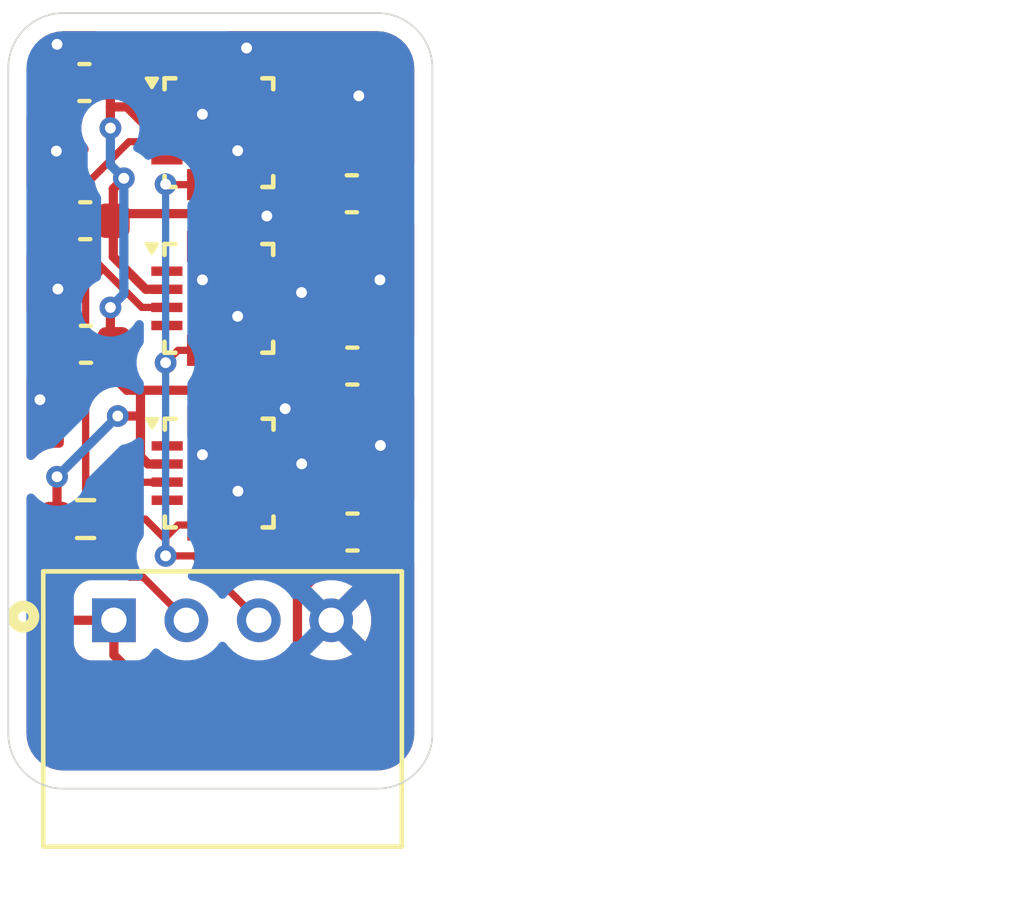
<source format=kicad_pcb>
(kicad_pcb (version 20241229) (generator "pcbnew") (generator_version "9.0")
  (layers (0 "F.Cu" signal) (2 "B.Cu" signal) (13 "F.Paste" user) (15 "B.Paste" user) (5 "F.SilkS" user "F.Silkscreen") (7 "B.SilkS" user "B.Silkscreen") (1 "F.Mask" user) (3 "B.Mask" user) (25 "Edge.Cuts" user))
  (net 0 "")
  (net 1 "GND")
  (net 2 "+3V3")
  (net 3 "/SCL")
  (net 4 "/SDA")
  (footprint "S4B-PH-K-S_LF__SN_:JST_S4B-PH-K-S_LF__SN_" (layer "F.Cu") (at 151.686 101.6)
    (property "Reference" "J2" (hide yes))
    (property "Value" "S4B-PH-K-S_LF__SN_")
    (fp_line (start -4.95 -1.35) (end 4.95 -1.35) (stroke (width 0.127)) (layer "F.SilkS"))
    (fp_line (start -4.95 6.25) (end -4.95 -1.35) (stroke (width 0.127)) (layer "F.SilkS"))
    (fp_line (start 4.95 -1.35) (end 4.95 6.25) (stroke (width 0.127)) (layer "F.SilkS"))
    (fp_line (start 4.95 6.25) (end -4.95 6.25) (stroke (width 0.127)) (layer "F.SilkS"))
    (fp_circle (center -5.5 -0.1) (end -5.358581 -0.1) (stroke (width 0.3)) (fill no) (layer "F.SilkS"))
    (pad "1" thru_hole rect (at -3 0) (size 1.208 1.208) (drill 0.7) (layers "*.Cu" "*.Mask") (net 2 "+3V3"))
    (pad "2" thru_hole circle (at -1 0) (size 1.208 1.208) (drill 0.7) (layers "*.Cu" "*.Mask") (net 3 "/SCL"))
    (pad "3" thru_hole circle (at 1 0) (size 1.208 1.208) (drill 0.7) (layers "*.Cu" "*.Mask") (net 4 "/SDA"))
    (pad "4" thru_hole circle (at 3 0) (size 1.208 1.208) (drill 0.7) (layers "*.Cu" "*.Mask") (net 1 "GND"))
  )
  (footprint "Resistor_SMD:R_0603_1608Metric" (layer "F.Cu") (at 147.90532 98.806 180)
    (property "Reference" "R1" (hide yes))
    (property "Value" "10k")
    (fp_line (start -0.237258 0.5225) (end 0.237258 0.5225) (stroke (width 0.12)) (layer "F.SilkS"))
    (fp_line (start -0.237258 -0.5225) (end 0.237258 -0.5225) (stroke (width 0.12)) (layer "F.SilkS"))
    (pad "1" smd roundrect (at -0.825 0 180) (size 0.8 0.95) (layers "F.Cu" "F.Mask" "F.Paste") (net 4 "/SDA"))
    (pad "2" smd roundrect (at 0.825 0 180) (size 0.8 0.95) (layers "F.Cu" "F.Mask" "F.Paste") (net 2 "+3V3"))
  )
  (footprint "Capacitor_SMD:C_0603_1608Metric" (layer "F.Cu") (at 155.256164 89.824759)
    (property "Reference" "C6" (hide yes))
    (property "Value" "0.1u")
    (fp_line (start -0.14058 -0.51) (end 0.14058 -0.51) (stroke (width 0.12)) (layer "F.SilkS"))
    (fp_line (start -0.14058 0.51) (end 0.14058 0.51) (stroke (width 0.12)) (layer "F.SilkS"))
    (pad "1" smd roundrect (at -0.775 0) (size 0.9 0.95) (layers "F.Cu" "F.Mask" "F.Paste") (net 2 "+3V3"))
    (pad "2" smd roundrect (at 0.775 0) (size 0.9 0.95) (layers "F.Cu" "F.Mask" "F.Paste") (net 1 "GND"))
  )
  (footprint "MLX90393SLW_ABA_011_RE:QFN50P300X300X100-17N" (layer "F.Cu") (at 151.585165 88.138)
    (property "Reference" "U3" (hide yes))
    (property "Value" "MLX90393SLW-ABA-011-RE")
    (fp_line (start -1.5 -1.5) (end -1.5 -1.2) (stroke (width 0.127)) (layer "F.SilkS"))
    (fp_line (start -1.5 1.5) (end -1.5 1.2) (stroke (width 0.127)) (layer "F.SilkS"))
    (fp_line (start -1.5 1.5) (end -1.2 1.5) (stroke (width 0.127)) (layer "F.SilkS"))
    (fp_line (start -1.2 -1.5) (end -1.5 -1.5) (stroke (width 0.127)) (layer "F.SilkS"))
    (fp_line (start 1.2 1.5) (end 1.5 1.5) (stroke (width 0.127)) (layer "F.SilkS"))
    (fp_line (start 1.5 -1.5) (end 1.2 -1.5) (stroke (width 0.127)) (layer "F.SilkS"))
    (fp_line (start 1.5 -1.2) (end 1.5 -1.5) (stroke (width 0.127)) (layer "F.SilkS"))
    (fp_line (start 1.5 1.5) (end 1.5 1.2) (stroke (width 0.127)) (layer "F.SilkS"))
    (fp_poly (pts (xy -2 -1.5) (xy -1.7 -1.5) (xy -1.85 -1.25)) (stroke (width 0.1)) (fill yes) (layer "F.SilkS"))
    (pad "1" smd rect (at -1.435 -0.75) (size 0.86 0.26) (layers "F.Cu" "F.Mask" "F.Paste"))
    (pad "2" smd rect (at -1.435 -0.25) (size 0.86 0.26) (layers "F.Cu" "F.Mask" "F.Paste") (net 2 "+3V3"))
    (pad "3" smd rect (at -1.435 0.25) (size 0.86 0.26) (layers "F.Cu" "F.Mask" "F.Paste") (net 3 "/SCL"))
    (pad "4" smd rect (at -1.435 0.75) (size 0.86 0.26) (layers "F.Cu" "F.Mask" "F.Paste"))
    (pad "5" smd rect (at -0.75 1.435) (size 0.26 0.86) (layers "F.Cu" "F.Mask" "F.Paste") (net 4 "/SDA"))
    (pad "6" smd rect (at -0.25 1.435) (size 0.26 0.86) (layers "F.Cu" "F.Mask" "F.Paste"))
    (pad "7" smd rect (at 0.25 1.435) (size 0.26 0.86) (layers "F.Cu" "F.Mask" "F.Paste"))
    (pad "8" smd rect (at 0.75 1.435) (size 0.26 0.86) (layers "F.Cu" "F.Mask" "F.Paste") (net 2 "+3V3"))
    (pad "9" smd rect (at 1.435 0.75) (size 0.86 0.26) (layers "F.Cu" "F.Mask" "F.Paste"))
    (pad "10" smd rect (at 1.435 0.25) (size 0.86 0.26) (layers "F.Cu" "F.Mask" "F.Paste"))
    (pad "11" smd rect (at 1.435 -0.25) (size 0.86 0.26) (layers "F.Cu" "F.Mask" "F.Paste") (net 2 "+3V3"))
    (pad "12" smd rect (at 1.435 -0.75) (size 0.86 0.26) (layers "F.Cu" "F.Mask" "F.Paste") (net 2 "+3V3"))
    (pad "13" smd rect (at 0.75 -1.435) (size 0.26 0.86) (layers "F.Cu" "F.Mask" "F.Paste") (net 1 "GND"))
    (pad "14" smd rect (at 0.25 -1.435) (size 0.26 0.86) (layers "F.Cu" "F.Mask" "F.Paste"))
    (pad "15" smd rect (at -0.25 -1.435) (size 0.26 0.86) (layers "F.Cu" "F.Mask" "F.Paste") (net 2 "+3V3"))
    (pad "16" smd rect (at -0.75 -1.435) (size 0.26 0.86) (layers "F.Cu" "F.Mask" "F.Paste"))
    (pad "17" smd rect (at 0 0) (size 1.675 1.675) (layers "F.Cu" "F.Mask") (net 1 "GND"))
  )
  (footprint "Capacitor_SMD:C_0603_1608Metric" (layer "F.Cu") (at 147.915577 93.98 180)
    (property "Reference" "C1" (hide yes))
    (property "Value" "0.1u")
    (fp_line (start -0.14058 0.51) (end 0.14058 0.51) (stroke (width 0.12)) (layer "F.SilkS"))
    (fp_line (start -0.14058 -0.51) (end 0.14058 -0.51) (stroke (width 0.12)) (layer "F.SilkS"))
    (pad "1" smd roundrect (at -0.775 0 180) (size 0.9 0.95) (layers "F.Cu" "F.Mask" "F.Paste") (net 2 "+3V3"))
    (pad "2" smd roundrect (at 0.775 0 180) (size 0.9 0.95) (layers "F.Cu" "F.Mask" "F.Paste") (net 1 "GND"))
  )
  (footprint "MLX90393SLW_ABA_011_RE:QFN50P300X300X100-17N" (layer "F.Cu") (at 151.5925 97.536)
    (property "Reference" "U1" (hide yes))
    (property "Value" "MLX90393SLW-ABA-011-RE")
    (fp_line (start -1.5 -1.5) (end -1.5 -1.2) (stroke (width 0.127)) (layer "F.SilkS"))
    (fp_line (start -1.5 1.5) (end -1.5 1.2) (stroke (width 0.127)) (layer "F.SilkS"))
    (fp_line (start -1.5 1.5) (end -1.2 1.5) (stroke (width 0.127)) (layer "F.SilkS"))
    (fp_line (start -1.2 -1.5) (end -1.5 -1.5) (stroke (width 0.127)) (layer "F.SilkS"))
    (fp_line (start 1.2 1.5) (end 1.5 1.5) (stroke (width 0.127)) (layer "F.SilkS"))
    (fp_line (start 1.5 -1.5) (end 1.2 -1.5) (stroke (width 0.127)) (layer "F.SilkS"))
    (fp_line (start 1.5 -1.2) (end 1.5 -1.5) (stroke (width 0.127)) (layer "F.SilkS"))
    (fp_line (start 1.5 1.5) (end 1.5 1.2) (stroke (width 0.127)) (layer "F.SilkS"))
    (fp_poly (pts (xy -2 -1.5) (xy -1.7 -1.5) (xy -1.85 -1.25)) (stroke (width 0.1)) (fill yes) (layer "F.SilkS"))
    (pad "1" smd rect (at -1.435 -0.75) (size 0.86 0.26) (layers "F.Cu" "F.Mask" "F.Paste"))
    (pad "2" smd rect (at -1.435 -0.25) (size 0.86 0.26) (layers "F.Cu" "F.Mask" "F.Paste") (net 2 "+3V3"))
    (pad "3" smd rect (at -1.435 0.25) (size 0.86 0.26) (layers "F.Cu" "F.Mask" "F.Paste") (net 3 "/SCL"))
    (pad "4" smd rect (at -1.435 0.75) (size 0.86 0.26) (layers "F.Cu" "F.Mask" "F.Paste"))
    (pad "5" smd rect (at -0.75 1.435) (size 0.26 0.86) (layers "F.Cu" "F.Mask" "F.Paste") (net 4 "/SDA"))
    (pad "6" smd rect (at -0.25 1.435) (size 0.26 0.86) (layers "F.Cu" "F.Mask" "F.Paste"))
    (pad "7" smd rect (at 0.25 1.435) (size 0.26 0.86) (layers "F.Cu" "F.Mask" "F.Paste"))
    (pad "8" smd rect (at 0.75 1.435) (size 0.26 0.86) (layers "F.Cu" "F.Mask" "F.Paste") (net 2 "+3V3"))
    (pad "9" smd rect (at 1.435 0.75) (size 0.86 0.26) (layers "F.Cu" "F.Mask" "F.Paste"))
    (pad "10" smd rect (at 1.435 0.25) (size 0.86 0.26) (layers "F.Cu" "F.Mask" "F.Paste"))
    (pad "11" smd rect (at 1.435 -0.25) (size 0.86 0.26) (layers "F.Cu" "F.Mask" "F.Paste") (net 1 "GND"))
    (pad "12" smd rect (at 1.435 -0.75) (size 0.86 0.26) (layers "F.Cu" "F.Mask" "F.Paste") (net 1 "GND"))
    (pad "13" smd rect (at 0.75 -1.435) (size 0.26 0.86) (layers "F.Cu" "F.Mask" "F.Paste") (net 1 "GND"))
    (pad "14" smd rect (at 0.25 -1.435) (size 0.26 0.86) (layers "F.Cu" "F.Mask" "F.Paste"))
    (pad "15" smd rect (at -0.25 -1.435) (size 0.26 0.86) (layers "F.Cu" "F.Mask" "F.Paste") (net 2 "+3V3"))
    (pad "16" smd rect (at -0.75 -1.435) (size 0.26 0.86) (layers "F.Cu" "F.Mask" "F.Paste"))
    (pad "17" smd rect (at 0 0) (size 1.675 1.675) (layers "F.Cu" "F.Mask") (net 1 "GND"))
  )
  (footprint "Capacitor_SMD:C_0603_1608Metric" (layer "F.Cu") (at 147.895248 90.569535 180)
    (property "Reference" "C3" (hide yes))
    (property "Value" "0.1u")
    (fp_line (start -0.14058 0.51) (end 0.14058 0.51) (stroke (width 0.12)) (layer "F.SilkS"))
    (fp_line (start -0.14058 -0.51) (end 0.14058 -0.51) (stroke (width 0.12)) (layer "F.SilkS"))
    (pad "1" smd roundrect (at -0.775 0 180) (size 0.9 0.95) (layers "F.Cu" "F.Mask" "F.Paste") (net 2 "+3V3"))
    (pad "2" smd roundrect (at 0.775 0 180) (size 0.9 0.95) (layers "F.Cu" "F.Mask" "F.Paste") (net 1 "GND"))
  )
  (footprint "Capacitor_SMD:C_0603_1608Metric" (layer "F.Cu") (at 147.872896 86.753738 180)
    (property "Reference" "C5" (hide yes))
    (property "Value" "0.1u")
    (fp_line (start -0.14058 0.51) (end 0.14058 0.51) (stroke (width 0.12)) (layer "F.SilkS"))
    (fp_line (start -0.14058 -0.51) (end 0.14058 -0.51) (stroke (width 0.12)) (layer "F.SilkS"))
    (pad "1" smd roundrect (at -0.775 0 180) (size 0.9 0.95) (layers "F.Cu" "F.Mask" "F.Paste") (net 2 "+3V3"))
    (pad "2" smd roundrect (at 0.775 0 180) (size 0.9 0.95) (layers "F.Cu" "F.Mask" "F.Paste") (net 1 "GND"))
  )
  (footprint "Capacitor_SMD:C_0603_1608Metric" (layer "F.Cu") (at 155.269198 94.582663)
    (property "Reference" "C4" (hide yes))
    (property "Value" "0.1u")
    (fp_line (start -0.14058 -0.51) (end 0.14058 -0.51) (stroke (width 0.12)) (layer "F.SilkS"))
    (fp_line (start -0.14058 0.51) (end 0.14058 0.51) (stroke (width 0.12)) (layer "F.SilkS"))
    (pad "1" smd roundrect (at -0.775 0) (size 0.9 0.95) (layers "F.Cu" "F.Mask" "F.Paste") (net 2 "+3V3"))
    (pad "2" smd roundrect (at 0.775 0) (size 0.9 0.95) (layers "F.Cu" "F.Mask" "F.Paste") (net 1 "GND"))
  )
  (footprint "MLX90393SLW_ABA_011_RE:QFN50P300X300X100-17N" (layer "F.Cu") (at 151.584143 92.712353)
    (property "Reference" "U2" (hide yes))
    (property "Value" "MLX90393SLW-ABA-011-RE")
    (fp_line (start -1.5 -1.5) (end -1.5 -1.2) (stroke (width 0.127)) (layer "F.SilkS"))
    (fp_line (start -1.5 1.5) (end -1.5 1.2) (stroke (width 0.127)) (layer "F.SilkS"))
    (fp_line (start -1.5 1.5) (end -1.2 1.5) (stroke (width 0.127)) (layer "F.SilkS"))
    (fp_line (start -1.2 -1.5) (end -1.5 -1.5) (stroke (width 0.127)) (layer "F.SilkS"))
    (fp_line (start 1.2 1.5) (end 1.5 1.5) (stroke (width 0.127)) (layer "F.SilkS"))
    (fp_line (start 1.5 -1.5) (end 1.2 -1.5) (stroke (width 0.127)) (layer "F.SilkS"))
    (fp_line (start 1.5 -1.2) (end 1.5 -1.5) (stroke (width 0.127)) (layer "F.SilkS"))
    (fp_line (start 1.5 1.5) (end 1.5 1.2) (stroke (width 0.127)) (layer "F.SilkS"))
    (fp_poly (pts (xy -2 -1.5) (xy -1.7 -1.5) (xy -1.85 -1.25)) (stroke (width 0.1)) (fill yes) (layer "F.SilkS"))
    (pad "1" smd rect (at -1.435 -0.75) (size 0.86 0.26) (layers "F.Cu" "F.Mask" "F.Paste"))
    (pad "2" smd rect (at -1.435 -0.25) (size 0.86 0.26) (layers "F.Cu" "F.Mask" "F.Paste") (net 2 "+3V3"))
    (pad "3" smd rect (at -1.435 0.25) (size 0.86 0.26) (layers "F.Cu" "F.Mask" "F.Paste") (net 3 "/SCL"))
    (pad "4" smd rect (at -1.435 0.75) (size 0.86 0.26) (layers "F.Cu" "F.Mask" "F.Paste"))
    (pad "5" smd rect (at -0.75 1.435) (size 0.26 0.86) (layers "F.Cu" "F.Mask" "F.Paste") (net 4 "/SDA"))
    (pad "6" smd rect (at -0.25 1.435) (size 0.26 0.86) (layers "F.Cu" "F.Mask" "F.Paste"))
    (pad "7" smd rect (at 0.25 1.435) (size 0.26 0.86) (layers "F.Cu" "F.Mask" "F.Paste"))
    (pad "8" smd rect (at 0.75 1.435) (size 0.26 0.86) (layers "F.Cu" "F.Mask" "F.Paste") (net 2 "+3V3"))
    (pad "9" smd rect (at 1.435 0.75) (size 0.86 0.26) (layers "F.Cu" "F.Mask" "F.Paste"))
    (pad "10" smd rect (at 1.435 0.25) (size 0.86 0.26) (layers "F.Cu" "F.Mask" "F.Paste"))
    (pad "11" smd rect (at 1.435 -0.25) (size 0.86 0.26) (layers "F.Cu" "F.Mask" "F.Paste") (net 1 "GND"))
    (pad "12" smd rect (at 1.435 -0.75) (size 0.86 0.26) (layers "F.Cu" "F.Mask" "F.Paste") (net 2 "+3V3"))
    (pad "13" smd rect (at 0.75 -1.435) (size 0.26 0.86) (layers "F.Cu" "F.Mask" "F.Paste") (net 1 "GND"))
    (pad "14" smd rect (at 0.25 -1.435) (size 0.26 0.86) (layers "F.Cu" "F.Mask" "F.Paste"))
    (pad "15" smd rect (at -0.25 -1.435) (size 0.26 0.86) (layers "F.Cu" "F.Mask" "F.Paste") (net 2 "+3V3"))
    (pad "16" smd rect (at -0.75 -1.435) (size 0.26 0.86) (layers "F.Cu" "F.Mask" "F.Paste"))
    (pad "17" smd rect (at 0 0) (size 1.675 1.675) (layers "F.Cu" "F.Mask") (net 1 "GND"))
  )
  (footprint "Capacitor_SMD:C_0603_1608Metric" (layer "F.Cu") (at 155.273085 99.163855)
    (property "Reference" "C2" (hide yes))
    (property "Value" "0.1u")
    (fp_line (start -0.14058 -0.51) (end 0.14058 -0.51) (stroke (width 0.12)) (layer "F.SilkS"))
    (fp_line (start -0.14058 0.51) (end 0.14058 0.51) (stroke (width 0.12)) (layer "F.SilkS"))
    (pad "1" smd roundrect (at -0.775 0) (size 0.9 0.95) (layers "F.Cu" "F.Mask" "F.Paste") (net 2 "+3V3"))
    (pad "2" smd roundrect (at 0.775 0) (size 0.9 0.95) (layers "F.Cu" "F.Mask" "F.Paste") (net 1 "GND"))
  )
  (gr_line (start 157.48 86.36) (end 157.48 104.7242) (stroke (width 0.05)) (layer "Edge.Cuts"))
  (gr_arc (start 147.2946 106.2482) (mid 146.216969 105.801831) (end 145.7706 104.7242) (stroke (width 0.05)) (layer "Edge.Cuts"))
  (gr_line (start 145.7706 104.7242) (end 145.7706 86.36) (stroke (width 0.05)) (layer "Edge.Cuts"))
  (gr_arc (start 145.7706 86.36) (mid 146.216969 85.282369) (end 147.2946 84.836) (stroke (width 0.05)) (layer "Edge.Cuts"))
  (gr_arc (start 157.48 104.7242) (mid 157.033631 105.801831) (end 155.956 106.2482) (stroke (width 0.05)) (layer "Edge.Cuts"))
  (gr_line (start 155.956 106.2482) (end 147.2946 106.2482) (stroke (width 0.05)) (layer "Edge.Cuts"))
  (gr_arc (start 155.956 84.836) (mid 157.033631 85.282369) (end 157.48 86.36) (stroke (width 0.05)) (layer "Edge.Cuts"))
  (gr_line (start 147.2946 84.836) (end 155.956 84.836) (stroke (width 0.05)) (layer "Edge.Cuts"))
  (segment (start 152.511941 90.439059) (end 152.908 90.439059) (width 0.254) (layer "F.Cu") (net 1))
  (segment (start 152.335165 86.703) (end 152.335165 85.815235) (width 0.254) (layer "F.Cu") (net 1))
  (segment (start 147.097896 88.646) (end 147.097896 90.547183) (width 0.254) (layer "F.Cu") (net 1))
  (segment (start 151.585165 88.138) (end 151.606285 88.138) (width 0.254) (layer "F.Cu") (net 1))
  (segment (start 151.584143 92.712353) (end 151.584143 92.656143) (width 0.254) (layer "F.Cu") (net 1))
  (segment (start 151.5925 97.536) (end 151.5925 97.4905) (width 0.254) (layer "F.Cu") (net 1))
  (segment (start 153.0275 96.786) (end 153.0275 96.1465) (width 0.254) (layer "F.Cu") (net 1))
  (segment (start 153.019143 92.462353) (end 153.777964 92.462353) (width 0.254) (layer "F.Cu") (net 1))
  (segment (start 152.334143 90.616857) (end 152.511941 90.439059) (width 0.254) (layer "F.Cu") (net 1))
  (segment (start 151.5925 97.536) (end 151.612367 97.536) (width 0.254) (layer "F.Cu") (net 1))
  (segment (start 156.048085 99.163855) (end 156.048085 100.237915) (width 0.254) (layer "F.Cu") (net 1))
  (segment (start 151.606285 88.138) (end 152.104288 88.636003) (width 0.254) (layer "F.Cu") (net 1))
  (segment (start 147.097896 85.718504) (end 147.1168 85.6996) (width 0.254) (layer "F.Cu") (net 1))
  (segment (start 151.585165 88.138) (end 151.585165 88.085165) (width 0.254) (layer "F.Cu") (net 1))
  (segment (start 153.777964 92.462353) (end 153.866864 92.551253) (width 0.254) (layer "F.Cu") (net 1))
  (segment (start 153.0275 97.286) (end 153.0275 96.786) (width 0.254) (layer "F.Cu") (net 1))
  (segment (start 151.584143 92.712353) (end 151.607076 92.712353) (width 0.254) (layer "F.Cu") (net 1))
  (segment (start 151.5925 97.4905) (end 151.13 97.028) (width 0.254) (layer "F.Cu") (net 1))
  (segment (start 156.031164 92.202) (end 156.031164 89.824759) (width 0.254) (layer "F.Cu") (net 1))
  (segment (start 147.140577 93.98) (end 147.140577 92.456) (width 0.254) (layer "F.Cu") (net 1))
  (segment (start 147.097896 90.547183) (end 147.120248 90.569535) (width 0.254) (layer "F.Cu") (net 1))
  (segment (start 151.584143 92.656143) (end 151.13 92.202) (width 0.254) (layer "F.Cu") (net 1))
  (segment (start 147.097896 86.753738) (end 147.097896 88.646) (width 0.254) (layer "F.Cu") (net 1))
  (segment (start 153.0275 97.286) (end 153.867085 97.286) (width 0.254) (layer "F.Cu") (net 1))
  (segment (start 152.335165 85.815235) (end 152.3492 85.8012) (width 0.254) (layer "F.Cu") (net 1))
  (segment (start 156.031164 94.132768) (end 156.031164 92.202) (width 0.254) (layer "F.Cu") (net 1))
  (segment (start 147.097896 86.753738) (end 147.097896 85.718504) (width 0.254) (layer "F.Cu") (net 1))
  (segment (start 153.0275 96.1465) (end 153.416 95.758) (width 0.254) (layer "F.Cu") (net 1))
  (segment (start 156.044198 94.582663) (end 156.044198 94.145802) (width 0.254) (layer "F.Cu") (net 1))
  (segment (start 151.607076 92.712353) (end 152.102692 93.207969) (width 0.254) (layer "F.Cu") (net 1))
  (segment (start 156.048085 100.237915) (end 154.686 101.6) (width 0.254) (layer "F.Cu") (net 1))
  (segment (start 152.3425 96.101) (end 153.073 96.101) (width 0.254) (layer "F.Cu") (net 1))
  (segment (start 147.140577 90.589864) (end 147.120248 90.569535) (width 0.254) (layer "F.Cu") (net 1))
  (segment (start 151.585165 88.085165) (end 151.13 87.63) (width 0.254) (layer "F.Cu") (net 1))
  (segment (start 156.044198 96.774) (end 156.044198 99.159968) (width 0.254) (layer "F.Cu") (net 1))
  (segment (start 153.867085 97.286) (end 153.871085 97.282) (width 0.254) (layer "F.Cu") (net 1))
  (segment (start 153.073 96.101) (end 153.416 95.758) (width 0.254) (layer "F.Cu") (net 1))
  (segment (start 156.044198 99.159968) (end 156.048085 99.163855) (width 0.254) (layer "F.Cu") (net 1))
  (segment (start 151.612367 97.536) (end 152.112028 98.035661) (width 0.254) (layer "F.Cu") (net 1))
  (segment (start 156.044198 94.582663) (end 156.044198 96.774) (width 0.254) (layer "F.Cu") (net 1))
  (segment (start 152.334143 91.277353) (end 152.334143 90.616857) (width 0.254) (layer "F.Cu") (net 1))
  (segment (start 147.140577 92.456) (end 147.140577 90.589864) (width 0.254) (layer "F.Cu") (net 1))
  (segment (start 156.044198 94.145802) (end 156.031164 94.132768) (width 0.254) (layer "F.Cu") (net 1))
  (via (at 152.104288 88.636003) (size 0.6) (drill 0.3) (layers "F.Cu" "B.Cu") (net 1))
  (via (at 156.031164 92.202) (size 0.6) (drill 0.3) (layers "F.Cu" "B.Cu") (net 1))
  (via (at 153.416 95.758) (size 0.6) (drill 0.3) (layers "F.Cu" "B.Cu") (net 1))
  (via (at 152.3492 85.8012) (size 0.6) (drill 0.3) (layers "F.Cu" "B.Cu") (net 1))
  (via (at 153.866864 92.551253) (size 0.6) (drill 0.3) (layers "F.Cu" "B.Cu") (net 1))
  (via (at 155.448 87.122) (size 0.6) (drill 0.3) (layers "F.Cu" "B.Cu") (net 1))
  (via (at 152.908 90.439059) (size 0.6) (drill 0.3) (layers "F.Cu" "B.Cu") (net 1))
  (via (at 147.097896 88.646) (size 0.6) (drill 0.3) (layers "F.Cu" "B.Cu") (net 1))
  (via (at 147.140577 92.456) (size 0.6) (drill 0.3) (layers "F.Cu" "B.Cu") (net 1))
  (via (at 156.044198 96.774) (size 0.6) (drill 0.3) (layers "F.Cu" "B.Cu") (net 1))
  (via (at 152.102692 93.207969) (size 0.6) (drill 0.3) (layers "F.Cu" "B.Cu") (net 1))
  (via (at 151.13 97.028) (size 0.6) (drill 0.3) (layers "F.Cu" "B.Cu") (net 1))
  (via (at 152.112028 98.035661) (size 0.6) (drill 0.3) (layers "F.Cu" "B.Cu") (net 1))
  (via (at 147.1168 85.6996) (size 0.6) (drill 0.3) (layers "F.Cu" "B.Cu") (net 1))
  (via (at 153.871085 97.282) (size 0.6) (drill 0.3) (layers "F.Cu" "B.Cu") (net 1))
  (via (at 146.645096 95.510231) (size 0.6) (drill 0.3) (layers "F.Cu" "B.Cu") (net 1))
  (via (at 151.13 87.63) (size 0.6) (drill 0.3) (layers "F.Cu" "B.Cu") (net 1))
  (via (at 151.13 92.202) (size 0.6) (drill 0.3) (layers "F.Cu" "B.Cu") (net 1))
  (segment (start 148.7932 95.9612) (end 149.42022 95.9612) (width 0.254) (layer "F.Cu") (net 2))
  (segment (start 148.6916 94.300921) (end 148.690577 94.299898) (width 0.254) (layer "F.Cu") (net 2))
  (segment (start 148.59 87.4268) (end 148.59 88.011) (width 0.254) (layer "F.Cu") (net 2))
  (segment (start 153.527959 89.824759) (end 154.481164 89.824759) (width 0.254) (layer "F.Cu") (net 2))
  (segment (start 149.42022 95.25) (end 149.0472 95.25) (width 0.254) (layer "F.Cu") (net 2))
  (segment (start 154.498085 94.937689) (end 154.498085 99.163855) (width 0.254) (layer "F.Cu") (net 2))
  (segment (start 148.670248 90.569535) (end 148.670248 89.688504) (width 0.254) (layer "F.Cu") (net 2))
  (segment (start 153.2762 89.573) (end 153.527959 89.824759) (width 0.254) (layer "F.Cu") (net 2))
  (segment (start 151.3425 96.101) (end 151.3425 95.4612) (width 0.254) (layer "F.Cu") (net 2))
  (segment (start 151.335165 86.0124) (end 151.335165 86.703) (width 0.254) (layer "F.Cu") (net 2))
  (segment (start 149.566089 92.462353) (end 148.670248 91.566512) (width 0.254) (layer "F.Cu") (net 2))
  (segment (start 149.0472 87.4268) (end 149.5084 87.888) (width 0.254) (layer "F.Cu") (net 2))
  (segment (start 153.754 100.8888) (end 154.498085 100.144715) (width 0.254) (layer "F.Cu") (net 2))
  (segment (start 148.8948 85.8012) (end 151.123965 85.8012) (width 0.254) (layer "F.Cu") (net 2))
  (segment (start 148.686 101.6) (end 147.4724 101.6) (width 0.254) (layer "F.Cu") (net 2))
  (segment (start 148.866583 90.3732) (end 151.0284 90.3732) (width 0.254) (layer "F.Cu") (net 2))
  (segment (start 153.1238 98.971) (end 153.316655 99.163855) (width 0.254) (layer "F.Cu") (net 2))
  (segment (start 148.59 86.811634) (end 148.59 87.4268) (width 0.254) (layer "F.Cu") (net 2))
  (segment (start 148.59 87.4268) (end 149.0472 87.4268) (width 0.254) (layer "F.Cu") (net 2))
  (segment (start 154.481164 88.658399) (end 153.710765 87.888) (width 0.254) (layer "F.Cu") (net 2))
  (segment (start 149.0472 95.25) (end 148.6916 94.8944) (width 0.254) (layer "F.Cu") (net 2))
  (segment (start 147.08032 101.20792) (end 147.08032 98.806) (width 0.254) (layer "F.Cu") (net 2))
  (segment (start 154.481164 89.824759) (end 154.481164 91.694) (width 0.254) (layer "F.Cu") (net 2))
  (segment (start 148.647896 86.753738) (end 148.647896 86.048104) (width 0.254) (layer "F.Cu") (net 2))
  (segment (start 148.59 92.964) (end 148.59 93.879423) (width 0.254) (layer "F.Cu") (net 2))
  (segment (start 148.6916 94.8944) (end 148.6916 94.300921) (width 0.254) (layer "F.Cu") (net 2))
  (segment (start 154.494198 94.933802) (end 154.498085 94.937689) (width 0.254) (layer "F.Cu") (net 2))
  (segment (start 149.42022 95.9612) (end 149.42022 95.25) (width 0.254) (layer "F.Cu") (net 2))
  (segment (start 149.5084 87.888) (end 150.150165 87.888) (width 0.254) (layer "F.Cu") (net 2))
  (segment (start 149.42022 97.077264) (end 149.42022 95.9612) (width 0.254) (layer "F.Cu") (net 2))
  (segment (start 154.494198 94.582663) (end 154.461861 94.615) (width 0.254) (layer "F.Cu") (net 2))
  (segment (start 148.647896 86.048104) (end 148.8948 85.8012) (width 0.254) (layer "F.Cu") (net 2))
  (segment (start 152.908 94.107) (end 152.374496 94.107) (width 0.254) (layer "F.Cu") (net 2))
  (segment (start 151.1313 95.25) (end 149.42022 95.25) (width 0.254) (layer "F.Cu") (net 2))
  (segment (start 152.374496 94.107) (end 152.334143 94.147353) (width 0.254) (layer "F.Cu") (net 2))
  (segment (start 151.0284 90.3732) (end 151.334143 90.678943) (width 0.254) (layer "F.Cu") (net 2))
  (segment (start 148.647896 86.753738) (end 148.59 86.811634) (width 0.254) (layer "F.Cu") (net 2))
  (segment (start 148.686 101.6) (end 148.686 102.5596) (width 0.254) (layer "F.Cu") (net 2))
  (segment (start 154.481164 89.824759) (end 154.481164 88.658399) (width 0.254) (layer "F.Cu") (net 2))
  (segment (start 149.628956 97.286) (end 149.42022 97.077264) (width 0.254) (layer "F.Cu") (net 2))
  (segment (start 152.335165 89.573) (end 153.2762 89.573) (width 0.254) (layer "F.Cu") (net 2))
  (segment (start 148.670248 89.688504) (end 148.960876 89.397876) (width 0.254) (layer "F.Cu") (net 2))
  (segment (start 148.59 93.879423) (end 148.690577 93.98) (width 0.254) (layer "F.Cu") (net 2))
  (segment (start 147.1168 98.76952) (end 147.08032 98.806) (width 0.254) (layer "F.Cu") (net 2))
  (segment (start 154.481164 94.569629) (end 154.494198 94.582663) (width 0.254) (layer "F.Cu") (net 2))
  (segment (start 147.4724 101.6) (end 147.08032 101.20792) (width 0.254) (layer "F.Cu") (net 2))
  (segment (start 152.3425 98.971) (end 153.1238 98.971) (width 0.254) (layer "F.Cu") (net 2))
  (segment (start 154.212811 91.962353) (end 154.481164 91.694) (width 0.254) (layer "F.Cu") (net 2))
  (segment (start 154.494198 94.582663) (end 154.494198 94.933802) (width 0.254) (layer "F.Cu") (net 2))
  (segment (start 148.686 102.5596) (end 149.2504 103.124) (width 0.254) (layer "F.Cu") (net 2))
  (segment (start 153.020165 87.388) (end 153.020165 87.888) (width 0.254) (layer "F.Cu") (net 2))
  (segment (start 148.670248 91.566512) (end 148.670248 90.569535) (width 0.254) (layer "F.Cu") (net 2))
  (segment (start 153.416 94.615) (end 152.908 94.107) (width 0.254) (layer "F.Cu") (net 2))
  (segment (start 150.1575 97.286) (end 149.628956 97.286) (width 0.254) (layer "F.Cu") (net 2))
  (segment (start 148.690577 94.299898) (end 148.690577 93.98) (width 0.254) (layer "F.Cu") (net 2))
  (segment (start 153.710765 87.888) (end 153.020165 87.888) (width 0.254) (layer "F.Cu") (net 2))
  (segment (start 153.754 102.5828) (end 153.754 100.8888) (width 0.254) (layer "F.Cu") (net 2))
  (segment (start 147.1168 97.6376) (end 147.1168 98.76952) (width 0.254) (layer "F.Cu") (net 2))
  (segment (start 153.019143 91.962353) (end 154.212811 91.962353) (width 0.254) (layer "F.Cu") (net 2))
  (segment (start 150.149143 92.462353) (end 149.566089 92.462353) (width 0.254) (layer "F.Cu") (net 2))
  (segment (start 151.334143 90.678943) (end 151.334143 91.277353) (width 0.254) (layer "F.Cu") (net 2))
  (segment (start 154.461861 94.615) (end 153.416 94.615) (width 0.254) (layer "F.Cu") (net 2))
  (segment (start 151.3425 95.4612) (end 151.1313 95.25) (width 0.254) (layer "F.Cu") (net 2))
  (segment (start 148.670248 90.569535) (end 148.866583 90.3732) (width 0.254) (layer "F.Cu") (net 2))
  (segment (start 154.498085 100.144715) (end 154.498085 99.163855) (width 0.254) (layer "F.Cu") (net 2))
  (segment (start 151.123965 85.8012) (end 151.335165 86.0124) (width 0.254) (layer "F.Cu") (net 2))
  (segment (start 149.2504 103.124) (end 153.2128 103.124) (width 0.254) (layer "F.Cu") (net 2))
  (segment (start 153.2128 103.124) (end 153.754 102.5828) (width 0.254) (layer "F.Cu") (net 2))
  (segment (start 153.316655 99.163855) (end 154.498085 99.163855) (width 0.254) (layer "F.Cu") (net 2))
  (segment (start 154.481164 91.694) (end 154.481164 94.569629) (width 0.254) (layer "F.Cu") (net 2))
  (via (at 148.960876 89.397876) (size 0.6) (drill 0.3) (layers "F.Cu" "B.Cu") (net 2))
  (via (at 147.1168 97.6376) (size 0.6) (drill 0.3) (layers "F.Cu" "B.Cu") (net 2))
  (via (at 148.7932 95.9612) (size 0.6) (drill 0.3) (layers "F.Cu" "B.Cu") (net 2))
  (via (at 148.59 92.964) (size 0.6) (drill 0.3) (layers "F.Cu" "B.Cu") (net 2))
  (via (at 148.59 88.011) (size 0.6) (drill 0.3) (layers "F.Cu" "B.Cu") (net 2))
  (segment (start 148.7932 95.9612) (end 147.1168 97.6376) (width 0.254) (layer "B.Cu") (net 2))
  (segment (start 148.59 89.027005) (end 148.59 88.011) (width 0.254) (layer "B.Cu") (net 2))
  (segment (start 148.960871 89.397876) (end 148.59 89.027005) (width 0.254) (layer "B.Cu") (net 2))
  (segment (start 148.960876 89.397876) (end 148.960871 89.397876) (width 0.254) (layer "B.Cu") (net 2))
  (segment (start 148.960876 92.593124) (end 148.59 92.964) (width 0.254) (layer "B.Cu") (net 2))
  (segment (start 148.960876 89.397876) (end 148.960876 92.593124) (width 0.254) (layer "B.Cu") (net 2))
  (segment (start 148.390095 91.893905) (end 147.904948 91.408758) (width 0.2) (layer "F.Cu") (net 3))
  (segment (start 147.905877 97.79) (end 147.905877 92.378123) (width 0.2) (layer "F.Cu") (net 3))
  (segment (start 150.1535 97.79) (end 147.905877 97.79) (width 0.2) (layer "F.Cu") (net 3))
  (segment (start 147.905877 99.190843) (end 147.905877 96.6216) (width 0.2) (layer "F.Cu") (net 3))
  (segment (start 149.496407 100.410407) (end 149.125441 100.410407) (width 0.2) (layer "F.Cu") (net 3))
  (segment (start 149.102 88.388) (end 150.150165 88.388) (width 0.2) (layer "F.Cu") (net 3))
  (segment (start 150.686 101.6) (end 149.496407 100.410407) (width 0.2) (layer "F.Cu") (net 3))
  (segment (start 147.905877 92.378123) (end 148.390095 91.893905) (width 0.2) (layer "F.Cu") (net 3))
  (segment (start 147.904948 91.408758) (end 147.904948 89.585052) (width 0.2) (layer "F.Cu") (net 3))
  (segment (start 150.149143 92.962353) (end 149.458543 92.962353) (width 0.2) (layer "F.Cu") (net 3))
  (segment (start 149.125441 100.410407) (end 147.905877 99.190843) (width 0.2) (layer "F.Cu") (net 3))
  (segment (start 147.904948 89.585052) (end 149.102 88.388) (width 0.2) (layer "F.Cu") (net 3))
  (segment (start 150.1575 97.786) (end 150.1535 97.79) (width 0.2) (layer "F.Cu") (net 3))
  (segment (start 149.458543 92.962353) (end 148.390095 91.893905) (width 0.2) (layer "F.Cu") (net 3))
  (segment (start 150.835165 89.573) (end 150.1266 89.573) (width 0.2) (layer "F.Cu") (net 4))
  (segment (start 150.908 99.822) (end 150.114 99.822) (width 0.2) (layer "F.Cu") (net 4))
  (segment (start 150.454647 94.147353) (end 150.834143 94.147353) (width 0.2) (layer "F.Cu") (net 4))
  (segment (start 150.114 99.314) (end 150.457 98.971) (width 0.2) (layer "F.Cu") (net 4))
  (segment (start 150.114 94.488) (end 150.454647 94.147353) (width 0.2) (layer "F.Cu") (net 4))
  (segment (start 149.5552 98.806) (end 148.73032 98.806) (width 0.2) (layer "F.Cu") (net 4))
  (segment (start 152.686 101.6) (end 150.908 99.822) (width 0.2) (layer "F.Cu") (net 4))
  (segment (start 150.1266 89.573) (end 150.114 89.5604) (width 0.2) (layer "F.Cu") (net 4))
  (segment (start 150.114 99.822) (end 150.114 99.3648) (width 0.2) (layer "F.Cu") (net 4))
  (segment (start 150.457 98.971) (end 150.8425 98.971) (width 0.2) (layer "F.Cu") (net 4))
  (segment (start 150.114 99.822) (end 150.114 99.314) (width 0.2) (layer "F.Cu") (net 4))
  (segment (start 150.114 99.3648) (end 149.5552 98.806) (width 0.2) (layer "F.Cu") (net 4))
  (segment (start 150.227175 99.708825) (end 150.114 99.822) (width 0.2) (layer "F.Cu") (net 4))
  (via (at 150.114 94.488) (size 0.6) (drill 0.3) (layers "F.Cu" "B.Cu") (net 4))
  (via (at 150.114 99.822) (size 0.6) (drill 0.3) (layers "F.Cu" "B.Cu") (net 4))
  (via (at 150.114 89.5604) (size 0.6) (drill 0.3) (layers "F.Cu" "B.Cu") (net 4))
  (segment (start 150.114 99.822) (end 150.114 94.488) (width 0.2) (layer "B.Cu") (net 4))
  (segment (start 150.114 94.488) (end 150.114 89.5604) (width 0.2) (layer "B.Cu") (net 4))
  (zone (net 1) (net_name "GND") (layers "F.Cu" "B.Cu") (connect_pads (clearance 0.5)) (min_thickness 0.25) (fill yes (thermal_gap 0.5) (thermal_bridge_width 0.5))
    (polygon (pts (xy 145.542 84.582) (xy 157.734 84.582) (xy 157.734 108.458) (xy 145.542 108.458)))
  )
)
</source>
